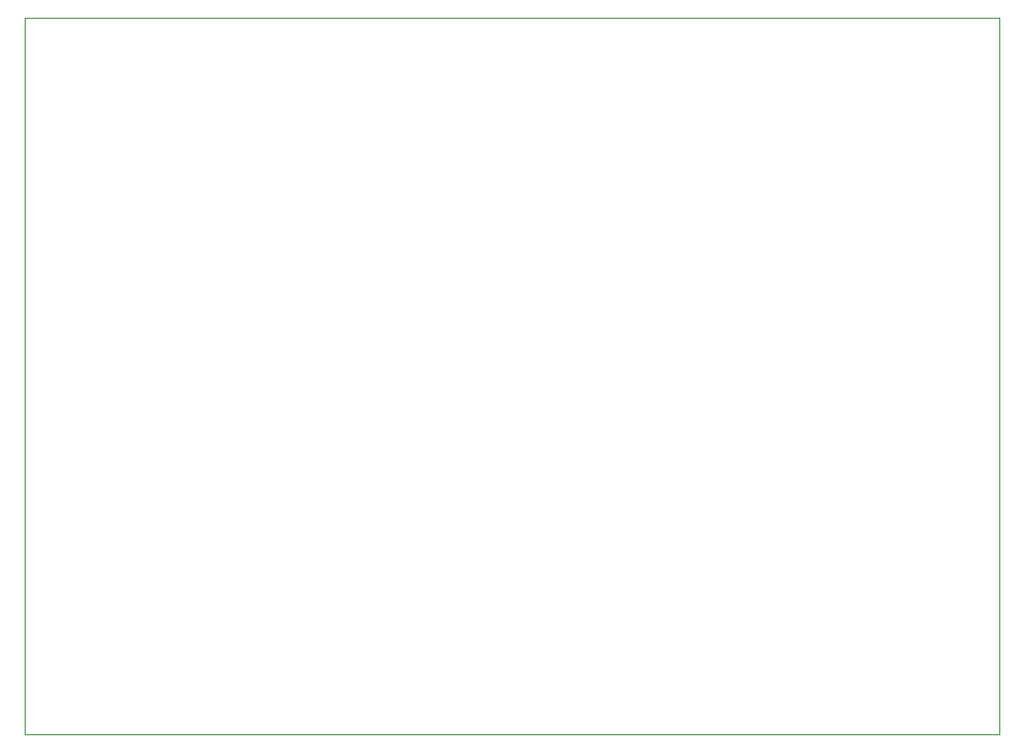
<source format=gbr>
%TF.GenerationSoftware,KiCad,Pcbnew,5.1.9-1.fc33*%
%TF.CreationDate,2021-01-07T12:32:34+03:00*%
%TF.ProjectId,Full schematic,46756c6c-2073-4636-9865-6d617469632e,rev?*%
%TF.SameCoordinates,Original*%
%TF.FileFunction,Profile,NP*%
%FSLAX46Y46*%
G04 Gerber Fmt 4.6, Leading zero omitted, Abs format (unit mm)*
G04 Created by KiCad (PCBNEW 5.1.9-1.fc33) date 2021-01-07 12:32:34*
%MOMM*%
%LPD*%
G01*
G04 APERTURE LIST*
%TA.AperFunction,Profile*%
%ADD10C,0.100000*%
%TD*%
G04 APERTURE END LIST*
D10*
X159512000Y-87884000D02*
X159512000Y-149352000D01*
X75946000Y-87884000D02*
X159512000Y-87884000D01*
X75946000Y-149352000D02*
X75946000Y-87884000D01*
X159512000Y-149352000D02*
X75946000Y-149352000D01*
M02*

</source>
